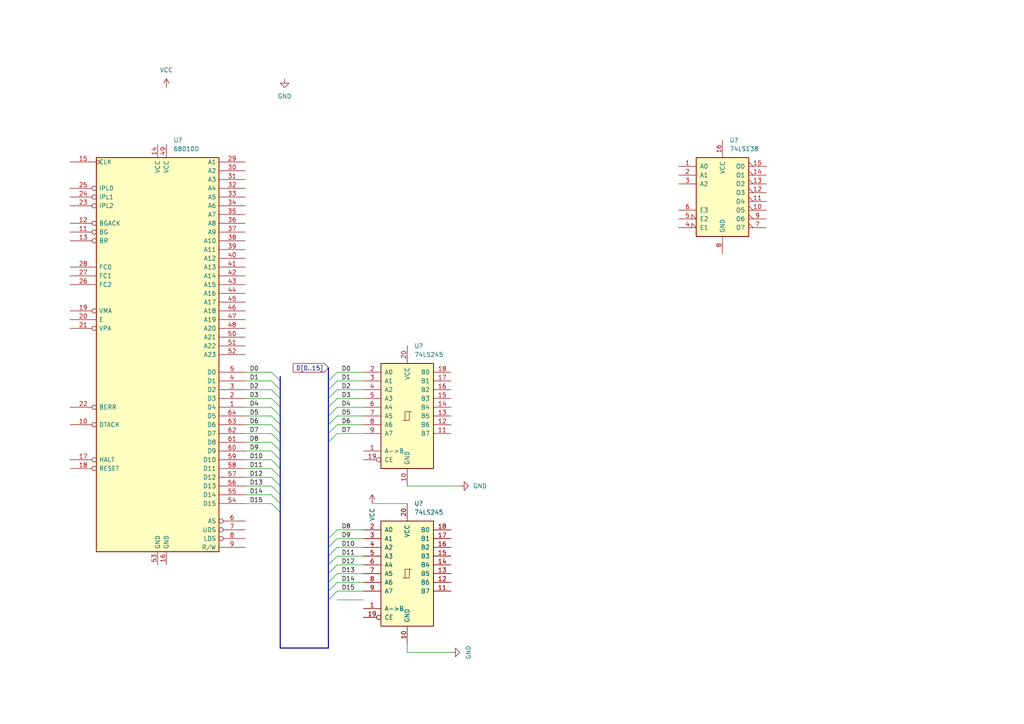
<source format=kicad_sch>
(kicad_sch (version 20211123) (generator eeschema)
  (paper "A4")
  (title_block (title "Bus buffering") (comment 1 "Author: Mats Brorson"))
  (lib_symbols
    (symbol "74xx:74LS138" (pin_names (offset 1.016))
      (property "Reference" "U" (at -7.62 11.43 0))
      (property "Value" "74LS138" (at -7.62 -13.97 0))
      (symbol "74LS138_1_0"
        (pin input line (at -12.7 7.62 0) (length 5.08) (name "A0") (number "1"))
        (pin output output_low (at 12.7 -5.08 180) (length 5.08) (name "O5") (number "10"))
        (pin output output_low (at 12.7 -2.54 180) (length 5.08) (name "O4") (number "11"))
        (pin output output_low (at 12.7 0 180) (length 5.08) (name "O3") (number "12"))
        (pin output output_low (at 12.7 2.54 180) (length 5.08) (name "O2") (number "13"))
        (pin output output_low (at 12.7 5.08 180) (length 5.08) (name "O1") (number "14"))
        (pin output output_low (at 12.7 7.62 180) (length 5.08) (name "O0") (number "15"))
        (pin power_in line (at 0 15.24 270) (length 5.08) (name "VCC") (number "16"))
        (pin input line (at -12.7 5.08 0) (length 5.08) (name "A1") (number "2"))
        (pin input line (at -12.7 2.54 0) (length 5.08) (name "A2") (number "3"))
        (pin input input_low (at -12.7 -10.16 0) (length 5.08) (name "E1") (number "4"))
        (pin input input_low (at -12.7 -7.62 0) (length 5.08) (name "E2") (number "5"))
        (pin input line (at -12.7 -5.08 0) (length 5.08) (name "E3") (number "6"))
        (pin output output_low (at 12.7 -10.16 180) (length 5.08) (name "O7") (number "7"))
        (pin power_in line (at 0 -17.78 90) (length 5.08) (name "GND") (number "8"))
        (pin output output_low (at 12.7 -7.62 180) (length 5.08) (name "O6") (number "9"))
      )
      (symbol "74LS138_1_1"
        (rectangle (start -7.62 10.16) (end 7.62 -12.7) (stroke (width 0.254)) (fill (type background)))
      )
    )
    (symbol "74xx:74LS245" (pin_names (offset 1.016))
      (property "Reference" "U" (at -7.62 16.51 0))
      (property "Value" "74LS245" (at -7.62 -16.51 0))
      (symbol "74LS245_1_0"
        (polyline (pts (xy -0.635 -1.27) (xy -0.635 1.27) (xy 0.635 1.27)))
        (polyline (pts (xy -1.27 -1.27) (xy 0.635 -1.27) (xy 0.635 1.27) (xy 1.27 1.27)))
        (pin input line (at -12.7 -10.16 0) (length 5.08) (name "A->B") (number "1"))
        (pin power_in line (at 0 -20.32 90) (length 5.08) (name "GND") (number "10"))
        (pin tri_state line (at 12.7 -5.08 180) (length 5.08) (name "B7") (number "11"))
        (pin tri_state line (at 12.7 -2.54 180) (length 5.08) (name "B6") (number "12"))
        (pin tri_state line (at 12.7 0 180) (length 5.08) (name "B5") (number "13"))
        (pin tri_state line (at 12.7 2.54 180) (length 5.08) (name "B4") (number "14"))
        (pin tri_state line (at 12.7 5.08 180) (length 5.08) (name "B3") (number "15"))
        (pin tri_state line (at 12.7 7.62 180) (length 5.08) (name "B2") (number "16"))
        (pin tri_state line (at 12.7 10.16 180) (length 5.08) (name "B1") (number "17"))
        (pin tri_state line (at 12.7 12.7 180) (length 5.08) (name "B0") (number "18"))
        (pin input inverted (at -12.7 -12.7 0) (length 5.08) (name "CE") (number "19"))
        (pin tri_state line (at -12.7 12.7 0) (length 5.08) (name "A0") (number "2"))
        (pin power_in line (at 0 20.32 270) (length 5.08) (name "VCC") (number "20"))
        (pin tri_state line (at -12.7 10.16 0) (length 5.08) (name "A1") (number "3"))
        (pin tri_state line (at -12.7 7.62 0) (length 5.08) (name "A2") (number "4"))
        (pin tri_state line (at -12.7 5.08 0) (length 5.08) (name "A3") (number "5"))
        (pin tri_state line (at -12.7 2.54 0) (length 5.08) (name "A4") (number "6"))
        (pin tri_state line (at -12.7 0 0) (length 5.08) (name "A5") (number "7"))
        (pin tri_state line (at -12.7 -2.54 0) (length 5.08) (name "A6") (number "8"))
        (pin tri_state line (at -12.7 -5.08 0) (length 5.08) (name "A7") (number "9"))
      )
      (symbol "74LS245_1_1"
        (rectangle (start -7.62 15.24) (end 7.62 -15.24) (stroke (width 0.254)) (fill (type background)))
      )
    )
    (symbol "CPU_NXP_68000:68010D" (pin_names (offset 0.762))
      (property "Reference" "U" (at 0 2.54 0))
      (property "Value" "68010D" (at 0 -3.81 0))
      (symbol "68010D_0_1"
        (rectangle (start -17.78 57.15) (end 17.78 -57.15) (stroke (width 0.254)) (fill (type background)))
      )
      (symbol "68010D_1_1"
        (pin bidirectional line (at 25.4 -15.24 180) (length 7.62) (name "D4") (number "1"))
        (pin input inverted (at -25.4 -20.32 0) (length 7.62) (name "DTACK") (number "10"))
        (pin output inverted (at -25.4 35.56 0) (length 7.62) (name "BG") (number "11"))
        (pin input inverted (at -25.4 38.1 0) (length 7.62) (name "BGACK") (number "12"))
        (pin input inverted (at -25.4 33.02 0) (length 7.62) (name "BR") (number "13"))
        (pin power_in line (at 0 60.96 270) (length 3.81) (name "VCC") (number "14"))
        (pin input clock (at -25.4 55.88 0) (length 7.62) (name "CLK") (number "15"))
        (pin power_in line (at 2.54 -60.96 90) (length 3.81) (name "GND") (number "16"))
        (pin bidirectional inverted (at -25.4 -30.48 0) (length 7.62) (name "HALT") (number "17"))
        (pin bidirectional inverted (at -25.4 -33.02 0) (length 7.62) (name "RESET") (number "18"))
        (pin output inverted (at -25.4 12.7 0) (length 7.62) (name "VMA") (number "19"))
        (pin bidirectional line (at 25.4 -12.7 180) (length 7.62) (name "D3") (number "2"))
        (pin output line (at -25.4 10.16 0) (length 7.62) (name "E") (number "20"))
        (pin input inverted (at -25.4 7.62 0) (length 7.62) (name "VPA") (number "21"))
        (pin input inverted (at -25.4 -15.24 0) (length 7.62) (name "BERR") (number "22"))
        (pin input inverted (at -25.4 43.18 0) (length 7.62) (name "IPL2") (number "23"))
        (pin input inverted (at -25.4 45.72 0) (length 7.62) (name "IPL1") (number "24"))
        (pin input inverted (at -25.4 48.26 0) (length 7.62) (name "IPL0") (number "25"))
        (pin output line (at -25.4 20.32 0) (length 7.62) (name "FC2") (number "26"))
        (pin output line (at -25.4 22.86 0) (length 7.62) (name "FC1") (number "27"))
        (pin output line (at -25.4 25.4 0) (length 7.62) (name "FC0") (number "28"))
        (pin output line (at 25.4 55.88 180) (length 7.62) (name "A1") (number "29"))
        (pin bidirectional line (at 25.4 -10.16 180) (length 7.62) (name "D2") (number "3"))
        (pin output line (at 25.4 53.34 180) (length 7.62) (name "A2") (number "30"))
        (pin output line (at 25.4 50.8 180) (length 7.62) (name "A3") (number "31"))
        (pin output line (at 25.4 48.26 180) (length 7.62) (name "A4") (number "32"))
        (pin output line (at 25.4 45.72 180) (length 7.62) (name "A5") (number "33"))
        (pin output line (at 25.4 43.18 180) (length 7.62) (name "A6") (number "34"))
        (pin output line (at 25.4 40.64 180) (length 7.62) (name "A7") (number "35"))
        (pin output line (at 25.4 38.1 180) (length 7.62) (name "A8") (number "36"))
        (pin output line (at 25.4 35.56 180) (length 7.62) (name "A9") (number "37"))
        (pin output line (at 25.4 33.02 180) (length 7.62) (name "A10") (number "38"))
        (pin output line (at 25.4 30.48 180) (length 7.62) (name "A11") (number "39"))
        (pin bidirectional line (at 25.4 -7.62 180) (length 7.62) (name "D1") (number "4"))
        (pin output line (at 25.4 27.94 180) (length 7.62) (name "A12") (number "40"))
        (pin output line (at 25.4 25.4 180) (length 7.62) (name "A13") (number "41"))
        (pin output line (at 25.4 22.86 180) (length 7.62) (name "A14") (number "42"))
        (pin output line (at 25.4 20.32 180) (length 7.62) (name "A15") (number "43"))
        (pin output line (at 25.4 17.78 180) (length 7.62) (name "A16") (number "44"))
        (pin output line (at 25.4 15.24 180) (length 7.62) (name "A17") (number "45"))
        (pin output line (at 25.4 12.7 180) (length 7.62) (name "A18") (number "46"))
        (pin output line (at 25.4 10.16 180) (length 7.62) (name "A19") (number "47"))
        (pin output line (at 25.4 7.62 180) (length 7.62) (name "A20") (number "48"))
        (pin power_in line (at 2.54 60.96 270) (length 3.81) (name "VCC") (number "49"))
        (pin bidirectional line (at 25.4 -5.08 180) (length 7.62) (name "D0") (number "5"))
        (pin output line (at 25.4 5.08 180) (length 7.62) (name "A21") (number "50"))
        (pin output line (at 25.4 2.54 180) (length 7.62) (name "A22") (number "51"))
        (pin output line (at 25.4 0 180) (length 7.62) (name "A23") (number "52"))
        (pin power_in line (at 0 -60.96 90) (length 3.81) (name "GND") (number "53"))
        (pin bidirectional line (at 25.4 -43.18 180) (length 7.62) (name "D15") (number "54"))
        (pin bidirectional line (at 25.4 -40.64 180) (length 7.62) (name "D14") (number "55"))
        (pin bidirectional line (at 25.4 -38.1 180) (length 7.62) (name "D13") (number "56"))
        (pin bidirectional line (at 25.4 -35.56 180) (length 7.62) (name "D12") (number "57"))
        (pin bidirectional line (at 25.4 -33.02 180) (length 7.62) (name "D11") (number "58"))
        (pin bidirectional line (at 25.4 -30.48 180) (length 7.62) (name "D10") (number "59"))
        (pin output inverted (at 25.4 -48.26 180) (length 7.62) (name "AS") (number "6"))
        (pin bidirectional line (at 25.4 -27.94 180) (length 7.62) (name "D9") (number "60"))
        (pin bidirectional line (at 25.4 -25.4 180) (length 7.62) (name "D8") (number "61"))
        (pin bidirectional line (at 25.4 -22.86 180) (length 7.62) (name "D7") (number "62"))
        (pin bidirectional line (at 25.4 -20.32 180) (length 7.62) (name "D6") (number "63"))
        (pin bidirectional line (at 25.4 -17.78 180) (length 7.62) (name "D5") (number "64"))
        (pin output inverted (at 25.4 -50.8 180) (length 7.62) (name "UDS") (number "7"))
        (pin output inverted (at 25.4 -53.34 180) (length 7.62) (name "LDS") (number "8"))
        (pin output line (at 25.4 -55.88 180) (length 7.62) (name "R/W") (number "9"))
      )
    )
    (symbol "power:GND" (power) (pin_names (offset 0))
      (property "Value" "GND" (at 0 -3.81 0))
      (symbol "GND_0_1"
        (polyline (pts (xy 0 0) (xy 0 -1.27) (xy 1.27 -1.27) (xy 0 -2.54) (xy -1.27 -1.27) (xy 0 -1.27)))
      )
      (symbol "GND_1_1"
        (pin power_in line (at 0 0 270) (length 0) hide (name "GND") (number "1"))
      )
    )
    (symbol "power:VCC" (power) (pin_names (offset 0))
      (property "Value" "VCC" (at 0 3.81 0))
      (symbol "VCC_0_1"
        (polyline (pts (xy -0.762 1.27) (xy 0 2.54)))
        (polyline (pts (xy 0 0) (xy 0 2.54)))
        (polyline (pts (xy 0 2.54) (xy 0.762 1.27)))
      )
      (symbol "VCC_1_1"
        (pin power_in line (at 0 0 90) (length 0) hide (name "VCC") (number "1"))
      )
    )
  )
  (bus_entry (at 78.74 146.05) (size 2.54 2.54))
  (bus_entry (at 78.74 125.73) (size 2.54 2.54))
  (bus_entry (at 95.25 125.73) (size 2.54 -2.54))
  (bus_entry (at 78.74 138.43) (size 2.54 2.54))
  (bus_entry (at 95.25 110.49) (size 2.54 -2.54))
  (bus_entry (at 78.74 120.65) (size 2.54 2.54))
  (bus_entry (at 95.25 113.03) (size 2.54 -2.54))
  (bus_entry (at 78.74 118.11) (size 2.54 2.54))
  (bus_entry (at 78.74 123.19) (size 2.54 2.54))
  (bus_entry (at 78.74 113.03) (size 2.54 2.54))
  (bus_entry (at 78.74 143.51) (size 2.54 2.54))
  (bus_entry (at 95.25 163.83) (size 2.54 -2.54))
  (bus_entry (at 78.74 133.35) (size 2.54 2.54))
  (bus_entry (at 95.25 171.45) (size 2.54 -2.54))
  (bus_entry (at 95.25 156.21) (size 2.54 -2.54))
  (bus_entry (at 78.74 107.95) (size 2.54 2.54))
  (bus_entry (at 95.25 161.29) (size 2.54 -2.54))
  (bus_entry (at 78.74 130.81) (size 2.54 2.54))
  (bus_entry (at 78.74 115.57) (size 2.54 2.54))
  (bus_entry (at 95.25 128.27) (size 2.54 -2.54))
  (bus_entry (at 78.74 135.89) (size 2.54 2.54))
  (bus_entry (at 95.25 166.37) (size 2.54 -2.54))
  (bus_entry (at 95.25 120.65) (size 2.54 -2.54))
  (bus_entry (at 95.25 158.75) (size 2.54 -2.54))
  (bus_entry (at 95.25 123.19) (size 2.54 -2.54))
  (bus_entry (at 78.74 140.97) (size 2.54 2.54))
  (bus_entry (at 95.25 168.91) (size 2.54 -2.54))
  (bus_entry (at 95.25 173.99) (size 2.54 -2.54))
  (bus_entry (at 95.25 118.11) (size 2.54 -2.54))
  (bus_entry (at 95.25 115.57) (size 2.54 -2.54))
  (bus_entry (at 78.74 110.49) (size 2.54 2.54))
  (bus_entry (at 78.74 128.27) (size 2.54 2.54))
  (wire (pts (xy 71.12 120.65) (xy 78.74 120.65)))
  (wire (pts (xy 97.79 113.03) (xy 105.41 113.03)))
  (wire (pts (xy 71.12 107.95) (xy 78.74 107.95)))
  (bus (pts (xy 81.28 125.73) (xy 81.28 128.27)))
  (bus (pts (xy 81.28 143.51) (xy 81.28 146.05)))
  (wire (pts (xy 71.12 113.03) (xy 78.74 113.03)))
  (bus (pts (xy 81.28 115.57) (xy 81.28 118.11)))
  (wire (pts (xy 97.79 171.45) (xy 105.41 171.45)))
  (wire (pts (xy 97.79 156.21) (xy 105.41 156.21)))
  (wire (pts (xy 97.79 166.37) (xy 105.41 166.37)))
  (wire (pts (xy 97.79 118.11) (xy 105.41 118.11)))
  (wire (pts (xy 71.12 143.51) (xy 78.74 143.51)))
  (bus (pts (xy 95.25 123.19) (xy 95.25 125.73)))
  (wire (pts (xy 118.11 189.23) (xy 118.11 186.69)))
  (wire (pts (xy 97.79 115.57) (xy 105.41 115.57)))
  (bus (pts (xy 81.28 140.97) (xy 81.28 143.51)))
  (wire (pts (xy 97.79 161.29) (xy 105.41 161.29)))
  (wire (pts (xy 97.79 110.49) (xy 105.41 110.49)))
  (wire (pts (xy 71.12 140.97) (xy 78.74 140.97)))
  (bus (pts (xy 81.28 113.03) (xy 81.28 115.57)))
  (wire (pts (xy 71.12 118.11) (xy 78.74 118.11)))
  (bus (pts (xy 81.28 146.05) (xy 81.28 148.59)))
  (wire (pts (xy 97.79 163.83) (xy 105.41 163.83)))
  (bus (pts (xy 95.25 106.68) (xy 95.25 110.49)))
  (wire (pts (xy 97.79 107.95) (xy 105.41 107.95)))
  (wire (pts (xy 71.12 128.27) (xy 78.74 128.27)))
  (bus (pts (xy 81.28 109.22) (xy 81.28 110.49)))
  (bus (pts (xy 81.28 128.27) (xy 81.28 130.81)))
  (bus (pts (xy 81.28 118.11) (xy 81.28 120.65)))
  (bus (pts (xy 81.28 110.49) (xy 81.28 113.03)))
  (bus (pts (xy 95.25 166.37) (xy 95.25 168.91)))
  (bus (pts (xy 95.25 113.03) (xy 95.25 115.57)))
  (bus (pts (xy 95.25 120.65) (xy 95.25 123.19)))
  (bus (pts (xy 95.25 171.45) (xy 95.25 173.99)))
  (bus (pts (xy 95.25 161.29) (xy 95.25 163.83)))
  (wire (pts (xy 97.79 120.65) (xy 105.41 120.65)))
  (wire (pts (xy 71.12 123.19) (xy 78.74 123.19)))
  (wire (pts (xy 71.12 130.81) (xy 78.74 130.81)))
  (bus (pts (xy 95.25 110.49) (xy 95.25 113.03)))
  (bus (pts (xy 95.25 158.75) (xy 95.25 161.29)))
  (bus (pts (xy 95.25 128.27) (xy 95.25 156.21)))
  (bus (pts (xy 95.25 125.73) (xy 95.25 128.27)))
  (wire (pts (xy 71.12 115.57) (xy 78.74 115.57)))
  (wire (pts (xy 97.79 158.75) (xy 105.41 158.75)))
  (bus (pts (xy 95.25 115.57) (xy 95.25 118.11)))
  (bus (pts (xy 81.28 135.89) (xy 81.28 138.43)))
  (wire (pts (xy 97.79 123.19) (xy 105.41 123.19)))
  (bus (pts (xy 81.28 130.81) (xy 81.28 133.35)))
  (bus (pts (xy 81.28 133.35) (xy 81.28 135.89)))
  (bus (pts (xy 95.25 173.99) (xy 95.25 187.96)))
  (wire (pts (xy 130.81 189.23) (xy 118.11 189.23)))
  (wire (pts (xy 118.11 140.97) (xy 133.35 140.97)))
  (wire (pts (xy 71.12 135.89) (xy 78.74 135.89)))
  (bus (pts (xy 81.28 138.43) (xy 81.28 140.97)))
  (bus (pts (xy 95.25 163.83) (xy 95.25 166.37)))
  (wire (pts (xy 71.12 133.35) (xy 78.74 133.35)))
  (wire (pts (xy 97.79 153.67) (xy 105.41 153.67)))
  (bus (pts (xy 95.25 156.21) (xy 95.25 158.75)))
  (bus (pts (xy 95.25 118.11) (xy 95.25 120.65)))
  (wire (pts (xy 71.12 125.73) (xy 78.74 125.73)))
  (bus (pts (xy 95.25 168.91) (xy 95.25 171.45)))
  (wire (pts (xy 71.12 110.49) (xy 78.74 110.49)))
  (wire (pts (xy 97.79 173.99) (xy 105.41 173.99)))
  (bus (pts (xy 81.28 148.59) (xy 81.28 187.96)))
  (bus (pts (xy 81.28 187.96) (xy 95.25 187.96)))
  (wire (pts (xy 71.12 146.05) (xy 78.74 146.05)))
  (wire (pts (xy 107.95 146.05) (xy 118.11 146.05)))
  (wire (pts (xy 97.79 168.91) (xy 105.41 168.91)))
  (wire (pts (xy 71.12 138.43) (xy 78.74 138.43)))
  (wire (pts (xy 97.79 125.73) (xy 105.41 125.73)))
  (bus (pts (xy 81.28 120.65) (xy 81.28 123.19)))
  (bus (pts (xy 81.28 123.19) (xy 81.28 125.73)))
  (label "D10" (at 72.39 133.35 0))
  (label "D15" (at 99.06 171.45 0))
  (label "D0" (at 99.06 107.95 0))
  (label "D13" (at 72.39 140.97 0))
  (label "D8" (at 99.06 153.67 0))
  (label "D10" (at 99.06 158.75 0))
  (label "D11" (at 99.06 161.29 0))
  (label "D11" (at 72.39 135.89 0))
  (label "D7" (at 72.39 125.73 0))
  (label "D15" (at 72.39 146.05 0))
  (label "D12" (at 99.06 163.83 0))
  (label "D9" (at 99.06 156.21 0))
  (label "D8" (at 72.39 128.27 0))
  (label "D4" (at 72.39 118.11 0))
  (label "D3" (at 72.39 115.57 0))
  (label "D7" (at 99.06 125.73 0))
  (label "D4" (at 99.06 118.11 0))
  (label "D1" (at 99.06 110.49 0))
  (label "D2" (at 99.06 113.03 0))
  (label "D6" (at 72.39 123.19 0))
  (label "D14" (at 72.39 143.51 0))
  (label "D3" (at 99.06 115.57 0))
  (label "D5" (at 99.06 120.65 0))
  (label "D13" (at 99.06 166.37 0))
  (label "D5" (at 72.39 120.65 0))
  (label "D12" (at 72.39 138.43 0))
  (label "D0" (at 72.39 107.95 0))
  (label "D2" (at 72.39 113.03 0))
  (label "D1" (at 72.39 110.49 0))
  (label "D14" (at 99.06 168.91 0))
  (label "D9" (at 72.39 130.81 0))
  (label "D6" (at 99.06 123.19 0))
  (global_label "D[0..15]" (shape input) (at 95.25 106.68 180) (property "Intersheet References" "${INTERSHEET_REFS}" (effects hide)))
  (symbol (lib_id "power:GND") (at 133.35 140.97 90) (unit 1)
    (property "Reference" "#PWR?" (effects hide))
    (property "Value" "GND" (at 137.16 140.9699 90) (effects (justify right)))
  )
  (symbol (lib_id "power:GND") (at 130.81 189.23 90) (unit 1)
    (property "Reference" "#PWR?" (effects hide))
    (property "Value" "GND" (at 135.89 189.23 0))
  )
  (symbol (lib_id "power:VCC") (at 48.26 25.4 0) (unit 1)
    (property "Reference" "#PWR?" (effects hide))
    (property "Value" "VCC" (at 48.26 20.32 0))
  )
  (symbol (lib_id "74xx:74LS245") (at 118.11 166.37 0) (unit 1)
    (property "Reference" "U?" (at 120.1294 146.05 0) (effects (justify left)))
    (property "Value" "74LS245" (at 120.1294 148.59 0) (effects (justify left)))
    (property "Datasheet" "http://www.ti.com/lit/gpn/sn74LS245" (effects hide))
  )
  (symbol (lib_id "power:VCC") (at 107.95 146.05 0) (unit 1)
    (property "Reference" "#PWR?" (effects hide))
    (property "Value" "VCC" (at 107.9501 147.32 90) (effects (justify right)))
  )
  (symbol (lib_id "power:GND") (at 82.55 22.86 0) (unit 1)
    (property "Reference" "#PWR?" (effects hide))
    (property "Value" "GND" (at 82.55 27.94 0))
  )
  (symbol (lib_id "74xx:74LS245") (at 118.11 120.65 0) (unit 1)
    (property "Reference" "U?" (at 120.1294 100.33 0) (effects (justify left)))
    (property "Value" "74LS245" (at 120.1294 102.87 0) (effects (justify left)))
    (property "Datasheet" "http://www.ti.com/lit/gpn/sn74LS245" (effects hide))
  )
  (symbol (lib_id "CPU_NXP_68000:68010D") (at 45.72 102.87 0) (unit 1)
    (property "Reference" "U?" (at 50.2794 40.64 0) (effects (justify left)))
    (property "Value" "68010D" (at 50.2794 43.18 0) (effects (justify left)))
    (property "Datasheet" "https://www.nxp.com/docs/en/reference-manual/MC68000UM.pdf" (effects hide))
  )
  (symbol (lib_id "74xx:74LS138") (at 209.55 55.88 0) (unit 1)
    (property "Reference" "U?" (at 211.5694 40.64 0) (effects (justify left)))
    (property "Value" "74LS138" (at 211.5694 43.18 0) (effects (justify left)))
    (property "Datasheet" "http://www.ti.com/lit/gpn/sn74LS138" (effects hide))
  )
)
</source>
